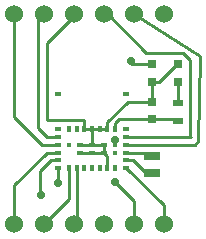
<source format=gtl>
G04 #@! TF.FileFunction,Copper,L1,Top,Signal*
%FSLAX46Y46*%
G04 Gerber Fmt 4.6, Leading zero omitted, Abs format (unit mm)*
G04 Created by KiCad (PCBNEW (2015-07-01 BZR 5850, Git 51c0ae3)-product) date 07/10/2015 23:59:39*
%MOMM*%
G01*
G04 APERTURE LIST*
%ADD10C,0.100000*%
%ADD11R,0.600000X0.300000*%
%ADD12R,0.300000X0.600000*%
%ADD13R,0.300000X0.300000*%
%ADD14R,0.750000X0.800000*%
%ADD15R,0.900000X0.500000*%
%ADD16C,1.524000*%
%ADD17R,1.400000X0.750000*%
%ADD18C,0.700000*%
%ADD19C,0.250000*%
G04 APERTURE END LIST*
D10*
D11*
X154301100Y-101978600D03*
X154301100Y-105653600D03*
X154301100Y-106303600D03*
X154301100Y-106953600D03*
X154301100Y-107603600D03*
X154301100Y-108253600D03*
X154301100Y-105003600D03*
D12*
X153351100Y-108253600D03*
X153351100Y-105003600D03*
D13*
X153351100Y-106303600D03*
D11*
X152401100Y-106953600D03*
X152401100Y-106303600D03*
D12*
X152701100Y-108253600D03*
X152051100Y-108253600D03*
X151401100Y-108253600D03*
X152701100Y-105003600D03*
X152051100Y-105003600D03*
X151401100Y-105003600D03*
D11*
X151401100Y-106953600D03*
X150401100Y-106953600D03*
X151401100Y-106303600D03*
X150401100Y-106303600D03*
D13*
X153351100Y-106953600D03*
X149451100Y-106303600D03*
D11*
X148501100Y-101978600D03*
D12*
X149451100Y-108253600D03*
X150101100Y-108253600D03*
X150751100Y-108253600D03*
X150751100Y-105003600D03*
X150101100Y-105003600D03*
X149451100Y-105003600D03*
D11*
X148501100Y-108253600D03*
X148501100Y-107603600D03*
X148501100Y-106953600D03*
X148501100Y-106303600D03*
X148501100Y-105653600D03*
X148501100Y-105003600D03*
D14*
X158700000Y-99450000D03*
X158700000Y-100950000D03*
X156500000Y-104150000D03*
X156500000Y-102650000D03*
D15*
X158700000Y-102750000D03*
X158700000Y-104250000D03*
D16*
X152400000Y-113030000D03*
X149860000Y-113030000D03*
X147320000Y-113030000D03*
X157480000Y-113030000D03*
X154940000Y-113030000D03*
X144780000Y-113030000D03*
D17*
X156500000Y-107250000D03*
X156500000Y-108700000D03*
D14*
X156500000Y-99450000D03*
X156500000Y-100950000D03*
D16*
X149860000Y-95250000D03*
X152400000Y-95250000D03*
X154940000Y-95250000D03*
X144780000Y-95250000D03*
X147320000Y-95250000D03*
X157480000Y-95250000D03*
D18*
X153310000Y-109420000D03*
X153350000Y-105860000D03*
X147050000Y-110520000D03*
X148500000Y-109550000D03*
X154730000Y-99180000D03*
D19*
X154301100Y-106953600D02*
X156203600Y-106953600D01*
X156203600Y-106953600D02*
X156500000Y-107250000D01*
X154301100Y-107603600D02*
X154903600Y-107603600D01*
X154903600Y-107603600D02*
X156000000Y-108700000D01*
X156000000Y-108700000D02*
X156500000Y-108700000D01*
X153351100Y-106303600D02*
X153351100Y-105861100D01*
X154940000Y-111050000D02*
X154940000Y-113030000D01*
X153310000Y-109420000D02*
X154940000Y-111050000D01*
X153351100Y-105861100D02*
X153350000Y-105860000D01*
X149451100Y-108253600D02*
X149451100Y-110898900D01*
X149451100Y-110898900D02*
X147320000Y-113030000D01*
X150101100Y-108253600D02*
X150101100Y-112788900D01*
X150101100Y-112788900D02*
X149860000Y-113030000D01*
X147906400Y-107603600D02*
X148501100Y-107603600D01*
X146970000Y-108540000D02*
X147906400Y-107603600D01*
X146970000Y-110460000D02*
X146970000Y-108540000D01*
X147050000Y-110540000D02*
X146970000Y-110460000D01*
X147050000Y-110520000D02*
X147050000Y-110540000D01*
X144780000Y-113030000D02*
X144780000Y-109730000D01*
X147556400Y-106953600D02*
X148501100Y-106953600D01*
X144780000Y-109730000D02*
X147556400Y-106953600D01*
X158700000Y-102750000D02*
X158700000Y-100950000D01*
X153351100Y-105003600D02*
X153351100Y-104448900D01*
X153650000Y-104150000D02*
X156500000Y-104150000D01*
X153351100Y-104448900D02*
X153650000Y-104150000D01*
X156500000Y-104150000D02*
X158300000Y-104150000D01*
X158300000Y-104150000D02*
X158400000Y-104250000D01*
X150751100Y-105003600D02*
X150751100Y-104228900D01*
X147610000Y-97660000D02*
X149860000Y-95410000D01*
X147610000Y-104170000D02*
X147610000Y-97660000D01*
X147540000Y-104240000D02*
X147610000Y-104170000D01*
X150740000Y-104240000D02*
X147540000Y-104240000D01*
X150751100Y-104228900D02*
X150740000Y-104240000D01*
X149860000Y-95410000D02*
X149860000Y-95250000D01*
X148501100Y-108253600D02*
X148501100Y-109548900D01*
X148501100Y-109548900D02*
X148500000Y-109550000D01*
X157480000Y-113030000D02*
X157480000Y-111432500D01*
X157480000Y-111432500D02*
X154301100Y-108253600D01*
X152701100Y-105003600D02*
X152701100Y-104398900D01*
X154450000Y-102650000D02*
X156500000Y-102650000D01*
X152701100Y-104398900D02*
X154450000Y-102650000D01*
X156500000Y-102650000D02*
X156500000Y-100950000D01*
X158700000Y-99450000D02*
X158550000Y-99450000D01*
X158550000Y-99450000D02*
X157050000Y-100950000D01*
X157050000Y-100950000D02*
X156500000Y-100950000D01*
X151401100Y-106303600D02*
X151401100Y-105003600D01*
X152701100Y-108253600D02*
X152701100Y-107253600D01*
X152701100Y-107253600D02*
X152401100Y-106953600D01*
X152401100Y-106953600D02*
X152401100Y-106303600D01*
X151401100Y-106953600D02*
X150401100Y-106953600D01*
X151401100Y-106953600D02*
X152401100Y-106953600D01*
X151401100Y-106303600D02*
X152401100Y-106303600D01*
X150401100Y-106303600D02*
X151401100Y-106303600D01*
X152051100Y-105003600D02*
X152701100Y-105003600D01*
X151401100Y-105003600D02*
X152051100Y-105003600D01*
X150751100Y-105003600D02*
X151401100Y-105003600D01*
X154301100Y-105653600D02*
X159746400Y-105653600D01*
X156000000Y-98500000D02*
X152750000Y-95250000D01*
X159100000Y-98500000D02*
X156000000Y-98500000D01*
X159700000Y-99100000D02*
X159100000Y-98500000D01*
X159700000Y-105607200D02*
X159700000Y-99100000D01*
X159746400Y-105653600D02*
X159700000Y-105607200D01*
X152750000Y-95250000D02*
X152400000Y-95250000D01*
X154301100Y-106303600D02*
X160096400Y-106303600D01*
X160500000Y-98800000D02*
X154940000Y-95250000D01*
X160400000Y-106000000D02*
X160500000Y-98800000D01*
X160096400Y-106303600D02*
X160400000Y-106000000D01*
X148501100Y-106303600D02*
X147163600Y-106303600D01*
X144780000Y-103920000D02*
X144780000Y-95250000D01*
X147163600Y-106303600D02*
X144780000Y-103920000D01*
X148501100Y-105653600D02*
X147576400Y-105653600D01*
X146840000Y-104917200D02*
X146840000Y-95730000D01*
X147576400Y-105653600D02*
X146840000Y-104917200D01*
X146840000Y-95730000D02*
X147320000Y-95250000D01*
X156500000Y-99450000D02*
X154820000Y-99450000D01*
X154730000Y-99360000D02*
X154730000Y-99180000D01*
X154820000Y-99450000D02*
X154730000Y-99360000D01*
M02*

</source>
